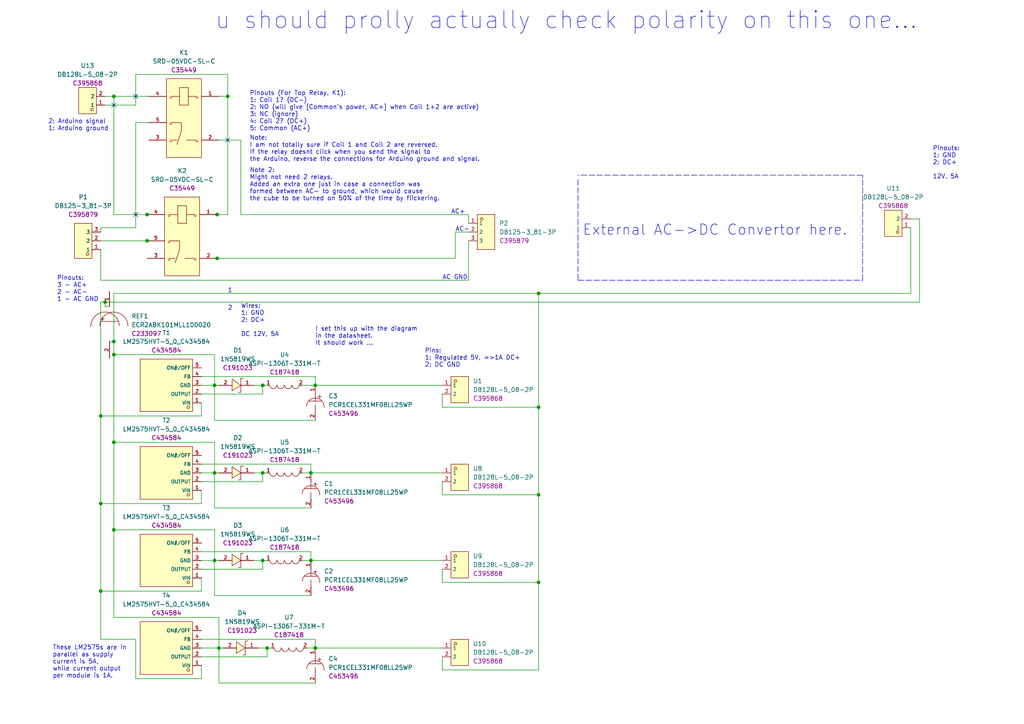
<source format=kicad_sch>
(kicad_sch (version 20211123) (generator eeschema)
  (paper "A4")
  (lib_symbols
    (symbol "1N5819WS:1N5819WS" (pin_names hide)
      (property "Reference" "D" (at 0 1.27 0))
      (property "Value" "1N5819WS" (at 0 -2.54 0))
      (property "LCSC" "C191023" (at 0 0 0))
      (symbol "1N5819WS_0_0"
        (polyline (pts (xy -1.27 -14.732) (xy -2.032 -14.732)))
        (polyline (pts (xy -1.27 -14.732) (xy -1.27 -10.668)))
        (polyline (pts (xy -1.27 -10.668) (xy -0.508 -10.668)))
        (polyline (pts (xy 1.27 -11.176) (xy -1.27 -12.7) (xy 1.27 -14.478) (xy 1.27 -11.176)) (fill (type background)))
        (pin unspecified line (at -5.08 -12.7 0) (length 3.81) (name "C") (number "1"))
        (pin unspecified line (at 5.08 -12.7 180) (length 3.81) (name "A") (number "2"))
      )
    )
    (symbol "ASPI-1306T-331M-T:ASPI-1306T-331M-T" (pin_names hide)
      (property "Reference" "U" (at 0 1.27 0))
      (property "Value" "ASPI-1306T-331M-T" (at 0 -2.54 0))
      (property "LCSC" "C187418" (at 0 0 0))
      (symbol "ASPI-1306T-331M-T_0_0"
        (arc (start -4.2859 -12.801) (mid -3.1591 -13.6924) (end -2.2676 -12.5655))
        (arc (start -2.1312 -12.8003) (mid -1.0043 -13.6919) (end -0.1129 -12.5649))
        (arc (start 0.0194 -12.8003) (mid 1.1463 -13.6919) (end 2.0377 -12.5649))
        (arc (start 2.2122 -12.8008) (mid 3.3391 -13.6924) (end 4.2305 -12.5654))
        (pin unspecified line (at -5.08 -12.7 0) (length 0.762) (name "1") (number "1"))
        (pin unspecified line (at 5.08 -12.7 180) (length 0.762) (name "2") (number "2"))
      )
    )
    (symbol "DB125-3.81-3P-GN:DB125-3_81-3P"
      (property "Reference" "P" (at 0 1.27 0))
      (property "Value" "DB125-3_81-3P" (at 0 -2.54 0))
      (property "LCSC" "C395879" (at 0 0 0))
      (symbol "DB125-3_81-3P_0_0"
        (rectangle (start -2.54 -7.62) (end 2.54 -17.78) (fill (type background)))
        (circle (center -1.27 -8.89) (radius 0.381) (fill (type background)))
        (pin unspecified line (at -5.08 -10.16 0) (length 2.54) (name "1") (number "1"))
        (pin unspecified line (at -5.08 -12.7 0) (length 2.54) (name "2") (number "2"))
        (pin unspecified line (at -5.08 -15.24 0) (length 2.54) (name "3") (number "3"))
      )
    )
    (symbol "DB128L-5.08-2P-GN-S:DB128L-5_08-2P"
      (property "Reference" "U" (at 0 1.27 0))
      (property "Value" "DB128L-5_08-2P" (at 0 -2.54 0))
      (property "LCSC" "C395868" (at 0 0 0))
      (symbol "DB128L-5_08-2P_0_0"
        (rectangle (start -2.54 -8.89) (end 2.54 -16.51) (fill (type background)))
        (circle (center -1.27 -10.16) (radius 0.381) (fill (type background)))
        (pin unspecified line (at -5.08 -11.43 0) (length 2.54) (name "1") (number "1"))
        (pin unspecified line (at -5.08 -13.97 0) (length 2.54) (name "2") (number "2"))
      )
    )
    (symbol "ECR2ABK101MLL100020:ECR2ABK101MLL100020" (pin_names hide)
      (property "Reference" "REF" (at 0 1.27 0))
      (property "Value" "ECR2ABK101MLL100020" (at 0 -2.54 0))
      (property "LCSC" "C233097" (at 0 0 0))
      (symbol "ECR2ABK101MLL100020_0_0"
        (rectangle (start -2.54 -11.176) (end -1.524 -11.2014) (fill (type background)))
        (rectangle (start -2.032 -10.668) (end -2.0066 -11.684) (fill (type background)))
        (polyline (pts (xy -2.54 -11.938) (xy 2.54 -11.938)))
        (arc (start 2.8653 -13.1832) (mid -1.4218 -9.1997) (end -5.4053 -13.4868))
        (arc (start 5.3552 -13.3243) (mid 1.2593 -9.2498) (end -2.8152 -13.3457))
        (pin unspecified line (at 0 -7.62 90) (length 4.318) (name "1") (number "1"))
        (pin unspecified line (at 0 -17.78 270) (length 4.826) (name "2") (number "2"))
      )
    )
    (symbol "LM2575HVT-5.0-1A:LM2575HVT-5_0_C434584"
      (property "Reference" "T" (at 0 1.27 0))
      (property "Value" "LM2575HVT-5_0_C434584" (at 0 -2.54 0))
      (property "LCSC" "C434584" (at 0 0 0))
      (symbol "LM2575HVT-5_0_C434584_0_0"
        (rectangle (start -7.62 -5.08) (end 7.62 -20.32) (fill (type background)))
        (circle (center -6.35 -6.35) (radius 0.381) (fill (type background)))
        (pin unspecified line (at -10.16 -7.62 0) (length 2.54) (name "VIN") (number "1"))
        (pin unspecified line (at -10.16 -10.16 0) (length 2.54) (name "OUTPUT") (number "2"))
        (pin unspecified line (at -10.16 -12.7 0) (length 2.54) (name "GND") (number "3"))
        (pin unspecified line (at -10.16 -15.24 0) (length 2.54) (name "FB") (number "4"))
        (pin unspecified line (at -10.16 -17.78 0) (length 2.54) (name "ON#/OFF") (number "5"))
      )
    )
    (symbol "PCR1CEL331MF08LL25WP:PCR1CEL331MF08LL25WP" (pin_names hide)
      (property "Reference" "C" (at 0 1.27 0))
      (property "Value" "PCR1CEL331MF08LL25WP" (at 0 -2.54 0))
      (property "LCSC" "C453496" (at 0 0 0))
      (symbol "PCR1CEL331MF08LL25WP_0_0"
        (arc (start -96.4539 66.0489) (mid -99.1832 63.7134) (end -96.8477 60.9842))
        (polyline (pts (xy -100.33 63.5) (xy -98.298 63.5)))
        (polyline (pts (xy -100.076 64.77) (xy -99.06 64.77)))
        (polyline (pts (xy -99.568 65.278) (xy -99.568 64.262)))
        (polyline (pts (xy -98.298 65.278) (xy -98.298 61.722)))
        (polyline (pts (xy -97.282 63.5) (xy -95.25 63.5)))
        (pin input line (at -102.87 63.5 0) (length 2.54) (name "1") (number "1"))
        (pin input line (at -92.71 63.5 180) (length 2.54) (name "2") (number "2"))
      )
    )
    (symbol "SRD-05VDC-SL-C:SRD-05VDC-SL-C" (pin_names hide)
      (property "Reference" "K" (at 0 1.27 0))
      (property "Value" "SRD-05VDC-SL-C" (at 0 -2.54 0))
      (property "LCSC" "C35449" (at 0 0 0))
      (symbol "SRD-05VDC-SL-C_0_0"
        (rectangle (start -98.552 66.04) (end -88.392 43.18) (fill (type background)))
        (arc (start -97.0277 48.514) (mid -97.2817 48.768) (end -97.5357 48.514))
        (arc (start -97.0277 61.214) (mid -97.2817 61.468) (end -97.5357 61.214))
        (arc (start -89.4077 48.514) (mid -89.6617 48.768) (end -89.9157 48.514))
        (arc (start -89.4077 56.134) (mid -89.6617 56.388) (end -89.9157 56.134))
        (arc (start -89.4077 61.214) (mid -89.6617 61.468) (end -89.9157 61.214))
        (polyline (pts (xy -97.282 48.26) (xy -94.742 48.26)))
        (polyline (pts (xy -97.282 60.96) (xy -94.234 60.96)))
        (polyline (pts (xy -92.71 58.42) (xy -91.44 62.23)))
        (polyline (pts (xy -92.202 48.26) (xy -89.662 48.26)))
        (polyline (pts (xy -89.662 60.96) (xy -91.44 60.96)))
        (polyline (pts (xy -89.662 55.88) (xy -92.71 55.88) (xy -92.71 58.42)))
        (polyline (pts (xy -92.202 45.72) (xy -94.742 45.72) (xy -94.742 50.8) (xy -92.202 50.8) (xy -92.202 45.72)))
        (pin input line (at -103.632 48.26 0) (length 5.08) (name "1") (number "1"))
        (pin input line (at -103.632 60.96 0) (length 5.08) (name "2") (number "2"))
        (pin input line (at -83.312 60.96 180) (length 5.08) (name "3") (number "3"))
        (pin input line (at -83.312 48.26 180) (length 5.08) (name "4") (number "4"))
        (pin input line (at -83.312 55.88 180) (length 5.08) (name "5") (number "5"))
      )
    )
  )
  (junction (at 156.21 85.09))
  (junction (at 66.04 27.94))
  (junction (at 63.5 187.96))
  (junction (at 29.21 171.45))
  (junction (at 156.21 168.91))
  (junction (at 156.21 118.11))
  (junction (at 90.17 162.56))
  (junction (at 76.2 162.56))
  (junction (at 91.44 187.96))
  (junction (at 156.21 143.51))
  (junction (at 77.47 187.96))
  (junction (at 62.992 62.23))
  (junction (at 62.992 74.93))
  (junction (at 91.44 111.76))
  (junction (at 62.23 111.76))
  (junction (at 90.17 137.16))
  (junction (at 76.2 111.76))
  (junction (at 33.02 153.67))
  (junction (at 33.02 128.27))
  (junction (at 62.23 137.16))
  (junction (at 42.672 69.85))
  (junction (at 29.21 120.65))
  (junction (at 33.02 99.06))
  (junction (at 42.672 62.23))
  (junction (at 62.23 162.56))
  (junction (at 76.2 137.16))
  (junction (at 33.02 27.94))
  (junction (at 33.02 102.87))
  (junction (at 29.21 146.05))
  (junction (at 30.48 87.63))
  (no_connect (at 39.37 27.94))
  (no_connect (at 33.02 30.48))
  (no_connect (at 39.37 62.23))
  (no_connect (at 66.04 40.64))
  (wire (pts (xy 29.21 66.04) (xy 39.37 66.04)))
  (wire (pts (xy 42.672 62.23) (xy 33.02 62.23)))
  (wire (pts (xy 58.42 185.42) (xy 91.44 185.42)))
  (wire (pts (xy 43.18 62.23) (xy 42.672 62.23)))
  (wire (pts (xy 33.02 153.67) (xy 62.23 153.67)))
  (wire (pts (xy 90.17 137.16) (xy 128.27 137.16)))
  (wire (pts (xy 128.27 194.31) (xy 156.21 194.31)))
  (wire (pts (xy 29.21 146.05) (xy 58.42 146.05)))
  (wire (pts (xy 58.42 109.22) (xy 91.44 109.22)))
  (wire (pts (xy 90.17 172.72) (xy 62.23 172.72)))
  (wire (pts (xy 30.48 27.94) (xy 33.02 27.94)))
  (wire (pts (xy 33.02 102.87) (xy 62.23 102.87)))
  (wire (pts (xy 132.08 74.93) (xy 132.08 67.31)))
  (wire (pts (xy 156.21 168.91) (xy 128.27 168.91)))
  (wire (pts (xy 156.21 118.11) (xy 128.27 118.11)))
  (wire (pts (xy 90.17 137.16) (xy 87.63 137.16)))
  (wire (pts (xy 91.44 187.96) (xy 128.27 187.96)))
  (wire (pts (xy 62.23 128.27) (xy 62.23 137.16)))
  (wire (pts (xy 58.42 146.05) (xy 58.42 142.24)))
  (wire (pts (xy 42.672 69.85) (xy 29.21 69.85)))
  (wire (pts (xy 43.18 69.85) (xy 42.672 69.85)))
  (wire (pts (xy 29.21 171.45) (xy 58.42 171.45)))
  (wire (pts (xy 33.02 179.07) (xy 63.5 179.07)))
  (wire (pts (xy 39.37 185.42) (xy 39.37 196.85)))
  (wire (pts (xy 58.42 162.56) (xy 62.23 162.56)))
  (wire (pts (xy 73.66 111.76) (xy 76.2 111.76)))
  (wire (pts (xy 29.21 120.65) (xy 58.42 120.65)))
  (wire (pts (xy 39.37 196.85) (xy 58.42 196.85)))
  (wire (pts (xy 63.5 198.12) (xy 63.5 187.96)))
  (wire (pts (xy 58.42 139.7) (xy 76.2 139.7)))
  (wire (pts (xy 29.21 87.63) (xy 29.21 120.65)))
  (wire (pts (xy 135.89 62.23) (xy 135.89 64.77)))
  (wire (pts (xy 69.85 40.64) (xy 69.85 62.23)))
  (wire (pts (xy 39.37 35.56) (xy 43.18 35.56)))
  (wire (pts (xy 29.21 81.28) (xy 135.89 81.28)))
  (wire (pts (xy 29.21 87.63) (xy 30.48 87.63)))
  (wire (pts (xy 62.23 153.67) (xy 62.23 162.56)))
  (wire (pts (xy 39.37 30.48) (xy 39.37 21.59)))
  (wire (pts (xy 128.27 118.11) (xy 128.27 114.3)))
  (wire (pts (xy 58.42 134.62) (xy 90.17 134.62)))
  (polyline (pts (xy 250.19 50.8) (xy 167.64 50.8)))
  (wire (pts (xy 128.27 168.91) (xy 128.27 165.1)))
  (wire (pts (xy 63.5 27.94) (xy 66.04 27.94)))
  (wire (pts (xy 156.21 168.91) (xy 156.21 194.31)))
  (wire (pts (xy 58.42 120.65) (xy 58.42 116.84)))
  (wire (pts (xy 33.02 153.67) (xy 33.02 179.07)))
  (wire (pts (xy 29.21 185.42) (xy 39.37 185.42)))
  (wire (pts (xy 266.7 63.5) (xy 266.7 87.63)))
  (wire (pts (xy 58.42 165.1) (xy 76.2 165.1)))
  (wire (pts (xy 76.2 162.56) (xy 77.47 162.56)))
  (wire (pts (xy 91.44 187.96) (xy 88.9 187.96)))
  (wire (pts (xy 33.02 128.27) (xy 33.02 153.67)))
  (wire (pts (xy 90.17 162.56) (xy 128.27 162.56)))
  (wire (pts (xy 33.02 85.09) (xy 156.21 85.09)))
  (wire (pts (xy 58.42 187.96) (xy 63.5 187.96)))
  (wire (pts (xy 62.23 137.16) (xy 63.5 137.16)))
  (polyline (pts (xy 167.64 81.28) (xy 250.19 81.28)))
  (polyline (pts (xy 250.19 81.28) (xy 250.19 50.8)))
  (wire (pts (xy 91.44 185.42) (xy 91.44 187.96)))
  (wire (pts (xy 62.23 111.76) (xy 63.5 111.76)))
  (wire (pts (xy 76.2 137.16) (xy 76.2 139.7)))
  (wire (pts (xy 91.44 111.76) (xy 91.44 109.22)))
  (wire (pts (xy 39.37 66.04) (xy 39.37 35.56)))
  (wire (pts (xy 62.23 172.72) (xy 62.23 162.56)))
  (wire (pts (xy 74.93 187.96) (xy 77.47 187.96)))
  (wire (pts (xy 62.23 102.87) (xy 62.23 111.76)))
  (wire (pts (xy 73.66 162.56) (xy 76.2 162.56)))
  (wire (pts (xy 77.47 187.96) (xy 78.74 187.96)))
  (wire (pts (xy 29.21 66.04) (xy 29.21 67.31)))
  (wire (pts (xy 30.48 87.63) (xy 266.7 87.63)))
  (wire (pts (xy 30.48 88.9) (xy 30.48 87.63)))
  (wire (pts (xy 31.75 99.06) (xy 33.02 99.06)))
  (wire (pts (xy 29.21 72.39) (xy 29.21 81.28)))
  (wire (pts (xy 29.21 171.45) (xy 29.21 185.42)))
  (wire (pts (xy 33.02 128.27) (xy 62.23 128.27)))
  (wire (pts (xy 77.47 187.96) (xy 77.47 190.5)))
  (wire (pts (xy 58.42 171.45) (xy 58.42 167.64)))
  (wire (pts (xy 76.2 137.16) (xy 77.47 137.16)))
  (wire (pts (xy 31.75 88.9) (xy 30.48 88.9)))
  (wire (pts (xy 90.17 147.32) (xy 62.23 147.32)))
  (wire (pts (xy 91.44 111.76) (xy 128.27 111.76)))
  (wire (pts (xy 66.04 21.59) (xy 66.04 27.94)))
  (wire (pts (xy 58.42 137.16) (xy 62.23 137.16)))
  (wire (pts (xy 156.21 85.09) (xy 264.16 85.09)))
  (wire (pts (xy 30.48 30.48) (xy 39.37 30.48)))
  (wire (pts (xy 58.42 114.3) (xy 76.2 114.3)))
  (wire (pts (xy 76.2 114.3) (xy 76.2 111.76)))
  (wire (pts (xy 90.17 162.56) (xy 87.63 162.56)))
  (wire (pts (xy 33.02 27.94) (xy 43.18 27.94)))
  (wire (pts (xy 73.66 137.16) (xy 76.2 137.16)))
  (wire (pts (xy 135.89 69.85) (xy 135.89 81.28)))
  (wire (pts (xy 62.23 147.32) (xy 62.23 137.16)))
  (wire (pts (xy 63.5 187.96) (xy 64.77 187.96)))
  (wire (pts (xy 91.44 198.12) (xy 63.5 198.12)))
  (wire (pts (xy 33.02 102.87) (xy 33.02 128.27)))
  (wire (pts (xy 62.23 121.92) (xy 62.23 111.76)))
  (wire (pts (xy 58.42 160.02) (xy 90.17 160.02)))
  (wire (pts (xy 33.02 27.94) (xy 33.02 62.23)))
  (wire (pts (xy 156.21 85.09) (xy 156.21 118.11)))
  (wire (pts (xy 58.42 196.85) (xy 58.42 193.04)))
  (wire (pts (xy 39.37 21.59) (xy 66.04 21.59)))
  (wire (pts (xy 264.16 63.5) (xy 266.7 63.5)))
  (wire (pts (xy 156.21 143.51) (xy 156.21 168.91)))
  (wire (pts (xy 90.17 134.62) (xy 90.17 137.16)))
  (wire (pts (xy 62.992 62.23) (xy 66.04 62.23)))
  (wire (pts (xy 63.5 40.64) (xy 69.85 40.64)))
  (wire (pts (xy 132.08 67.31) (xy 135.89 67.31)))
  (wire (pts (xy 91.44 121.92) (xy 62.23 121.92)))
  (wire (pts (xy 58.42 111.76) (xy 62.23 111.76)))
  (wire (pts (xy 264.16 66.04) (xy 264.16 85.09)))
  (wire (pts (xy 63.5 179.07) (xy 63.5 187.96)))
  (wire (pts (xy 33.02 99.06) (xy 33.02 102.87)))
  (wire (pts (xy 128.27 143.51) (xy 128.27 139.7)))
  (wire (pts (xy 62.992 74.93) (xy 132.08 74.93)))
  (wire (pts (xy 156.21 118.11) (xy 156.21 143.51)))
  (wire (pts (xy 62.23 74.93) (xy 62.992 74.93)))
  (wire (pts (xy 66.04 27.94) (xy 66.04 62.23)))
  (wire (pts (xy 128.27 190.5) (xy 128.27 194.31)))
  (polyline (pts (xy 167.64 52.07) (xy 167.64 81.28)))
  (wire (pts (xy 62.23 62.23) (xy 62.992 62.23)))
  (wire (pts (xy 87.63 111.76) (xy 91.44 111.76)))
  (wire (pts (xy 33.02 85.09) (xy 33.02 99.06)))
  (wire (pts (xy 29.21 120.65) (xy 29.21 146.05)))
  (wire (pts (xy 58.42 190.5) (xy 77.47 190.5)))
  (wire (pts (xy 29.21 146.05) (xy 29.21 171.45)))
  (wire (pts (xy 62.23 162.56) (xy 63.5 162.56)))
  (wire (pts (xy 76.2 162.56) (xy 76.2 165.1)))
  (wire (pts (xy 76.2 111.76) (xy 77.47 111.76)))
  (wire (pts (xy 90.17 160.02) (xy 90.17 162.56)))
  (wire (pts (xy 156.21 143.51) (xy 128.27 143.51)))
  (wire (pts (xy 69.85 62.23) (xy 135.89 62.23)))
  (text "External AC->DC Convertor here." (at 168.91 68.58 0) (effects (font (size 3 3)) (justify left bottom)))
  (text "1" (at 66.04 85.09 0) (effects (font (size 1.27 1.27)) (justify left bottom)))
  (text "Pinouts (For Top Relay, K1):\n1: Coil 1? (DC-)\n2: NO (will give [Common's power, AC+] when Coil 1+2 are active)\n3: NC (ignore) \n4: Coil 2? (DC+)\n5: Common (AC+)" (at 72.39 38.1 0) (effects (font (size 1.27 1.27)) (justify left bottom)))
  (text "AC GND" (at 128.27 81.28 0) (effects (font (size 1.27 1.27)) (justify left bottom)))
  (text "Wires:\n1: GND \n2: DC+\n\nDC 12V, 5A" (at 69.85 97.79 0) (effects (font (size 1.27 1.27)) (justify left bottom)))
  (text "Note 2:\nMight not need 2 relays.\nAdded an extra one just in case a connection was\nformed between AC- to ground, which would cause\nthe cube to be turned on 50% of the time by flickering." (at 72.39 58.42 0) (effects (font (size 1.27 1.27)) (justify left bottom)))
  (text "I set this up with the diagram\nin the datasheet.\nIt should work ..." (at 91.44 100.33 0) (effects (font (size 1.27 1.27)) (justify left bottom)))
  (text "Note:\nI am not totally sure if Coil 1 and Coil 2 are reversed.\nIf the relay doesnt click when you send the signal to\nthe Arduino, reverse the connections for Arduino ground and signal." (at 72.39 46.99 0) (effects (font (size 1.27 1.27)) (justify left bottom)))
  (text "AC+\n" (at 130.81 62.23 0) (effects (font (size 1.27 1.27)) (justify left bottom)))
  (text "2: Arduino signal\n1: Arduino ground" (at 13.97 38.1 0) (effects (font (size 1.27 1.27)) (justify left bottom)))
  (text "2" (at 66.04 90.17 0) (effects (font (size 1.27 1.27)) (justify left bottom)))
  (text "Pinouts:\n1: GND \n2: DC+\n\n12V, 5A" (at 270.51 52.07 0) (effects (font (size 1.27 1.27)) (justify left bottom)))
  (text "These LM2575s are in \nparallel as supply \ncurrent is 5A,\nwhile current output\nper module is 1A." (at 15.24 196.85 0) (effects (font (size 1.27 1.27)) (justify left bottom)))
  (text "u should prolly actually check polarity on this one..." (at 62.23 8.89 0) (effects (font (size 5 5)) (justify left bottom)))
  (text "Pinouts:\n3 - AC+\n2 - AC-\n1 - AC GND" (at 16.51 87.63 0) (effects (font (size 1.27 1.27)) (justify left bottom)))
  (text "Pins:\n1: Regulated 5V, =>1A DC+\n2: DC GND" (at 123.19 106.68 0) (effects (font (size 1.27 1.27)) (justify left bottom)))
  (text "AC-\n" (at 132.08 67.31 0) (effects (font (size 1.27 1.27)) (justify left bottom)))
  (symbol (lib_id "1N5819WS:1N5819WS") (at 68.58 175.26 180) (unit 1)
    (property "Reference" "D3" (at 68.961 152.4 0))
    (property "Value" "1N5819WS" (at 68.961 154.94 0))
    (property "Footprint" "1N5819WS:SOD-323_L1.8-W1.3-LS2.5-RD" (effects hide))
    (property "Datasheet" "https://item.szlcsc.com/295156.html" (effects hide))
    (property "LCSC" "C191023" (at 68.961 157.48 0))
  )
  (symbol (lib_id "LM2575HVT-5.0-1A:LM2575HVT-5_0_C434584") (at 48.26 124.46 180) (unit 1)
    (property "Reference" "T1" (at 48.26 96.52 0))
    (property "Value" "LM2575HVT-5_0_C434584" (at 48.26 99.06 0))
    (property "Footprint" "LM2575HVT-5.0-1A:TO-220-5L_L10.2-W4.5-P1.71-L" (effects hide))
    (property "Datasheet" "https://item.szlcsc.com/404162.html" (effects hide))
    (property "LCSC" "C434584" (at 48.26 101.6 0))
  )
  (symbol (lib_id "ASPI-1306T-331M-T:ASPI-1306T-331M-T") (at 82.55 124.46 0) (unit 1)
    (property "Reference" "U5" (at 82.55 128.27 0))
    (property "Value" "ASPI-1306T-331M-T" (at 82.55 130.81 0))
    (property "Footprint" "ASPI-1306T-331M-T:IND-SMD_L18.5-W15.2" (effects hide))
    (property "Datasheet" "https://item.szlcsc.com/198818.html" (effects hide))
    (property "LCSC" "C187418" (at 82.55 133.35 0))
  )
  (symbol (lib_id "PCR1CEL331MF08LL25WP:PCR1CEL331MF08LL25WP") (at 26.67 265.43 270) (unit 1)
    (property "Reference" "C2" (at 93.98 165.6694 90) (effects (justify left)))
    (property "Value" "PCR1CEL331MF08LL25WP" (at 93.98 168.2094 90) (effects (justify left)))
    (property "Footprint" "PCR1CEL331MF08LL25WP:CAP-TH_BD6.3-P2.50-D1.0-FD" (effects hide))
    (property "Datasheet" "https://item.szlcsc.com/44807.html" (effects hide))
    (property "LCSC" "C453496" (at 93.98 170.7494 90) (effects (justify left)))
  )
  (symbol (lib_id "1N5819WS:1N5819WS") (at 68.58 149.86 180) (unit 1)
    (property "Reference" "D2" (at 68.961 127 0))
    (property "Value" "1N5819WS" (at 68.961 129.54 0))
    (property "Footprint" "1N5819WS:SOD-323_L1.8-W1.3-LS2.5-RD" (effects hide))
    (property "Datasheet" "https://item.szlcsc.com/295156.html" (effects hide))
    (property "LCSC" "C191023" (at 68.961 132.08 0))
  )
  (symbol (lib_id "PCR1CEL331MF08LL25WP:PCR1CEL331MF08LL25WP") (at 26.67 240.03 270) (unit 1)
    (property "Reference" "C1" (at 93.98 140.2694 90) (effects (justify left)))
    (property "Value" "PCR1CEL331MF08LL25WP" (at 93.98 142.8094 90) (effects (justify left)))
    (property "Footprint" "PCR1CEL331MF08LL25WP:CAP-TH_BD6.3-P2.50-D1.0-FD" (effects hide))
    (property "Datasheet" "https://item.szlcsc.com/44807.html" (effects hide))
    (property "LCSC" "C453496" (at 93.98 145.3494 90) (effects (justify left)))
  )
  (symbol (lib_id "ASPI-1306T-331M-T:ASPI-1306T-331M-T") (at 83.82 175.26 0) (unit 1)
    (property "Reference" "U7" (at 83.82 179.07 0))
    (property "Value" "ASPI-1306T-331M-T" (at 83.82 181.61 0))
    (property "Footprint" "ASPI-1306T-331M-T:IND-SMD_L18.5-W15.2" (effects hide))
    (property "Datasheet" "https://item.szlcsc.com/198818.html" (effects hide))
    (property "LCSC" "C187418" (at 83.82 184.15 0))
  )
  (symbol (lib_id "DB125-3.81-3P-GN:DB125-3_81-3P") (at 140.97 54.61 0) (unit 1)
    (property "Reference" "P2" (at 144.78 64.7699 0) (effects (justify left)))
    (property "Value" "DB125-3_81-3P" (at 144.78 67.3099 0) (effects (justify left)))
    (property "Footprint" "DB125-3.81-3P-GN:CONN-TH_3P-P3.81_L7.4-W11.4" (effects hide))
    (property "Datasheet" "https://item.szlcsc.com/product/jpg_376626_0.html" (effects hide))
    (property "LCSC" "C395879" (at 144.78 69.8499 0) (effects (justify left)))
  )
  (symbol (lib_id "PCR1CEL331MF08LL25WP:PCR1CEL331MF08LL25WP") (at 27.94 290.83 270) (unit 1)
    (property "Reference" "C4" (at 95.25 191.0694 90) (effects (justify left)))
    (property "Value" "PCR1CEL331MF08LL25WP" (at 95.25 193.6094 90) (effects (justify left)))
    (property "Footprint" "PCR1CEL331MF08LL25WP:CAP-TH_BD6.3-P2.50-D1.0-FD" (effects hide))
    (property "Datasheet" "https://item.szlcsc.com/44807.html" (effects hide))
    (property "LCSC" "C453496" (at 95.25 196.1494 90) (effects (justify left)))
  )
  (symbol (lib_id "PCR1CEL331MF08LL25WP:PCR1CEL331MF08LL25WP") (at 27.94 214.63 270) (unit 1)
    (property "Reference" "C3" (at 95.25 114.8694 90) (effects (justify left)))
    (property "Value" "PCR1CEL331MF08LL25WP" (at 95.25 117.4094 90) (effects (justify left)))
    (property "Footprint" "PCR1CEL331MF08LL25WP:CAP-TH_BD6.3-P2.50-D1.0-FD" (effects hide))
    (property "Datasheet" "https://item.szlcsc.com/44807.html" (effects hide))
    (property "LCSC" "C453496" (at 95.25 119.9494 90) (effects (justify left)))
  )
  (symbol (lib_id "LM2575HVT-5.0-1A:LM2575HVT-5_0_C434584") (at 48.26 175.26 180) (unit 1)
    (property "Reference" "T3" (at 48.26 147.32 0))
    (property "Value" "LM2575HVT-5_0_C434584" (at 48.26 149.86 0))
    (property "Footprint" "LM2575HVT-5.0-1A:TO-220-5L_L10.2-W4.5-P1.71-L" (effects hide))
    (property "Datasheet" "https://item.szlcsc.com/404162.html" (effects hide))
    (property "LCSC" "C434584" (at 48.26 152.4 0))
  )
  (symbol (lib_id "SRD-05VDC-SL-C:SRD-05VDC-SL-C") (at -40.132 -20.32 180) (unit 1)
    (property "Reference" "K1" (at 53.34 15.24 0))
    (property "Value" "SRD-05VDC-SL-C" (at 53.34 17.78 0))
    (property "Footprint" "SRD-05VDC-SL-C:RELAY-TH_SRD-XXVDC-XL-C" (effects hide))
    (property "Datasheet" "https://item.szlcsc.com/31188.html" (effects hide))
    (property "LCSC" "C35449" (at 53.34 20.32 0))
  )
  (symbol (lib_id "LM2575HVT-5.0-1A:LM2575HVT-5_0_C434584") (at 48.26 149.86 180) (unit 1)
    (property "Reference" "T2" (at 48.26 121.92 0))
    (property "Value" "LM2575HVT-5_0_C434584" (at 48.26 124.46 0))
    (property "Footprint" "LM2575HVT-5.0-1A:TO-220-5L_L10.2-W4.5-P1.71-L" (effects hide))
    (property "Datasheet" "https://item.szlcsc.com/404162.html" (effects hide))
    (property "LCSC" "C434584" (at 48.26 127 0))
  )
  (symbol (lib_id "1N5819WS:1N5819WS") (at 69.85 200.66 180) (unit 1)
    (property "Reference" "D4" (at 70.231 177.8 0))
    (property "Value" "1N5819WS" (at 70.231 180.34 0))
    (property "Footprint" "1N5819WS:SOD-323_L1.8-W1.3-LS2.5-RD" (effects hide))
    (property "Datasheet" "https://item.szlcsc.com/295156.html" (effects hide))
    (property "LCSC" "C191023" (at 70.231 182.88 0))
  )
  (symbol (lib_id "1N5819WS:1N5819WS") (at 68.58 124.46 180) (unit 1)
    (property "Reference" "D1" (at 68.961 101.6 0))
    (property "Value" "1N5819WS" (at 68.961 104.14 0))
    (property "Footprint" "1N5819WS:SOD-323_L1.8-W1.3-LS2.5-RD" (effects hide))
    (property "Datasheet" "https://item.szlcsc.com/295156.html" (effects hide))
    (property "LCSC" "C191023" (at 68.961 106.68 0))
  )
  (symbol (lib_id "ASPI-1306T-331M-T:ASPI-1306T-331M-T") (at 82.55 149.86 0) (unit 1)
    (property "Reference" "U6" (at 82.55 153.67 0))
    (property "Value" "ASPI-1306T-331M-T" (at 82.55 156.21 0))
    (property "Footprint" "ASPI-1306T-331M-T:IND-SMD_L18.5-W15.2" (effects hide))
    (property "Datasheet" "https://item.szlcsc.com/198818.html" (effects hide))
    (property "LCSC" "C187418" (at 82.55 158.75 0))
  )
  (symbol (lib_id "DB128L-5.08-2P-GN-S:DB128L-5_08-2P") (at 133.35 176.53 0) (unit 1)
    (property "Reference" "U10" (at 137.16 186.6899 0) (effects (justify left)))
    (property "Value" "DB128L-5_08-2P" (at 137.16 189.2299 0) (effects (justify left)))
    (property "Footprint" "DB128L-5.08-2P-GN-S:CONN-TH_2P-P5.08_DB128L-5.08-2P" (effects hide))
    (property "Datasheet" "https://item.szlcsc.com/376615.html" (effects hide))
    (property "LCSC" "C395868" (at 137.16 191.7699 0) (effects (justify left)))
  )
  (symbol (lib_id "DB128L-5.08-2P-GN-S:DB128L-5_08-2P") (at 25.4 41.91 180) (unit 1)
    (property "Reference" "U13" (at 25.4 19.05 0))
    (property "Value" "DB128L-5_08-2P" (at 25.4 21.59 0))
    (property "Footprint" "DB128L-5.08-2P-GN-S:CONN-TH_2P-P5.08_DB128L-5.08-2P" (effects hide))
    (property "Datasheet" "https://item.szlcsc.com/376615.html" (effects hide))
    (property "LCSC" "C395868" (at 25.4 24.13 0))
  )
  (symbol (lib_id "SRD-05VDC-SL-C:SRD-05VDC-SL-C") (at -40.64 13.97 180) (unit 1)
    (property "Reference" "K2" (at 52.832 49.53 0))
    (property "Value" "SRD-05VDC-SL-C" (at 52.832 52.07 0))
    (property "Footprint" "SRD-05VDC-SL-C:RELAY-TH_SRD-XXVDC-XL-C" (effects hide))
    (property "Datasheet" "https://item.szlcsc.com/31188.html" (effects hide))
    (property "LCSC" "C35449" (at 52.832 54.61 0))
  )
  (symbol (lib_id "LM2575HVT-5.0-1A:LM2575HVT-5_0_C434584") (at 48.26 200.66 180) (unit 1)
    (property "Reference" "T4" (at 48.26 172.72 0))
    (property "Value" "LM2575HVT-5_0_C434584" (at 48.26 175.26 0))
    (property "Footprint" "LM2575HVT-5.0-1A:TO-220-5L_L10.2-W4.5-P1.71-L" (effects hide))
    (property "Datasheet" "https://item.szlcsc.com/404162.html" (effects hide))
    (property "LCSC" "C434584" (at 48.26 177.8 0))
  )
  (symbol (lib_id "DB128L-5.08-2P-GN-S:DB128L-5_08-2P") (at 133.35 151.13 0) (unit 1)
    (property "Reference" "U9" (at 137.16 161.2899 0) (effects (justify left)))
    (property "Value" "DB128L-5_08-2P" (at 137.16 163.8299 0) (effects (justify left)))
    (property "Footprint" "DB128L-5.08-2P-GN-S:CONN-TH_2P-P5.08_DB128L-5.08-2P" (effects hide))
    (property "Datasheet" "https://item.szlcsc.com/376615.html" (effects hide))
    (property "LCSC" "C395868" (at 137.16 166.3699 0) (effects (justify left)))
  )
  (symbol (lib_id "DB125-3.81-3P-GN:DB125-3_81-3P") (at 24.13 82.55 180) (unit 1)
    (property "Reference" "P1" (at 24.13 57.15 0))
    (property "Value" "DB125-3_81-3P" (at 24.13 59.69 0))
    (property "Footprint" "DB125-3.81-3P-GN:CONN-TH_3P-P3.81_L7.4-W11.4" (effects hide))
    (property "Datasheet" "https://item.szlcsc.com/product/jpg_376626_0.html" (effects hide))
    (property "LCSC" "C395879" (at 24.13 62.23 0))
  )
  (symbol (lib_id "DB128L-5.08-2P-GN-S:DB128L-5_08-2P") (at 259.08 77.47 180) (unit 1)
    (property "Reference" "U11" (at 259.08 54.61 0))
    (property "Value" "DB128L-5_08-2P" (at 259.08 57.15 0))
    (property "Footprint" "DB128L-5.08-2P-GN-S:CONN-TH_2P-P5.08_DB128L-5.08-2P" (effects hide))
    (property "Datasheet" "https://item.szlcsc.com/376615.html" (effects hide))
    (property "LCSC" "C395868" (at 259.08 59.69 0))
  )
  (symbol (lib_id "DB128L-5.08-2P-GN-S:DB128L-5_08-2P") (at 133.35 100.33 0) (unit 1)
    (property "Reference" "U1" (at 137.16 110.4899 0) (effects (justify left)))
    (property "Value" "DB128L-5_08-2P" (at 137.16 113.0299 0) (effects (justify left)))
    (property "Footprint" "DB128L-5.08-2P-GN-S:CONN-TH_2P-P5.08_DB128L-5.08-2P" (effects hide))
    (property "Datasheet" "https://item.szlcsc.com/376615.html" (effects hide))
    (property "LCSC" "C395868" (at 137.16 115.5699 0) (effects (justify left)))
  )
  (symbol (lib_id "ASPI-1306T-331M-T:ASPI-1306T-331M-T") (at 82.55 99.06 0) (unit 1)
    (property "Reference" "U4" (at 82.55 102.87 0))
    (property "Value" "ASPI-1306T-331M-T" (at 82.55 105.41 0))
    (property "Footprint" "ASPI-1306T-331M-T:IND-SMD_L18.5-W15.2" (effects hide))
    (property "Datasheet" "https://item.szlcsc.com/198818.html" (effects hide))
    (property "LCSC" "C187418" (at 82.55 107.95 0))
  )
  (symbol (lib_id "ECR2ABK101MLL100020:ECR2ABK101MLL100020") (at 31.75 81.28 0) (unit 1)
    (property "Reference" "REF1" (at 38.1 91.6939 0) (effects (justify left)))
    (property "Value" "ECR2ABK101MLL100020" (at 38.1 94.2339 0) (effects (justify left)))
    (property "Footprint" "ECR2ABK101MLL100020:CAP-TH_BD10.0-P5.00-D1.0-FD" (effects hide))
    (property "Datasheet" "https://item.szlcsc.com/44833.html" (effects hide))
    (property "LCSC" "C233097" (at 38.1 96.7739 0) (effects (justify left)))
  )
  (symbol (lib_id "DB128L-5.08-2P-GN-S:DB128L-5_08-2P") (at 133.35 125.73 0) (unit 1)
    (property "Reference" "U8" (at 137.16 135.8899 0) (effects (justify left)))
    (property "Value" "DB128L-5_08-2P" (at 137.16 138.4299 0) (effects (justify left)))
    (property "Footprint" "DB128L-5.08-2P-GN-S:CONN-TH_2P-P5.08_DB128L-5.08-2P" (effects hide))
    (property "Datasheet" "https://item.szlcsc.com/376615.html" (effects hide))
    (property "LCSC" "C395868" (at 137.16 140.9699 0) (effects (justify left)))
  )
)
</source>
